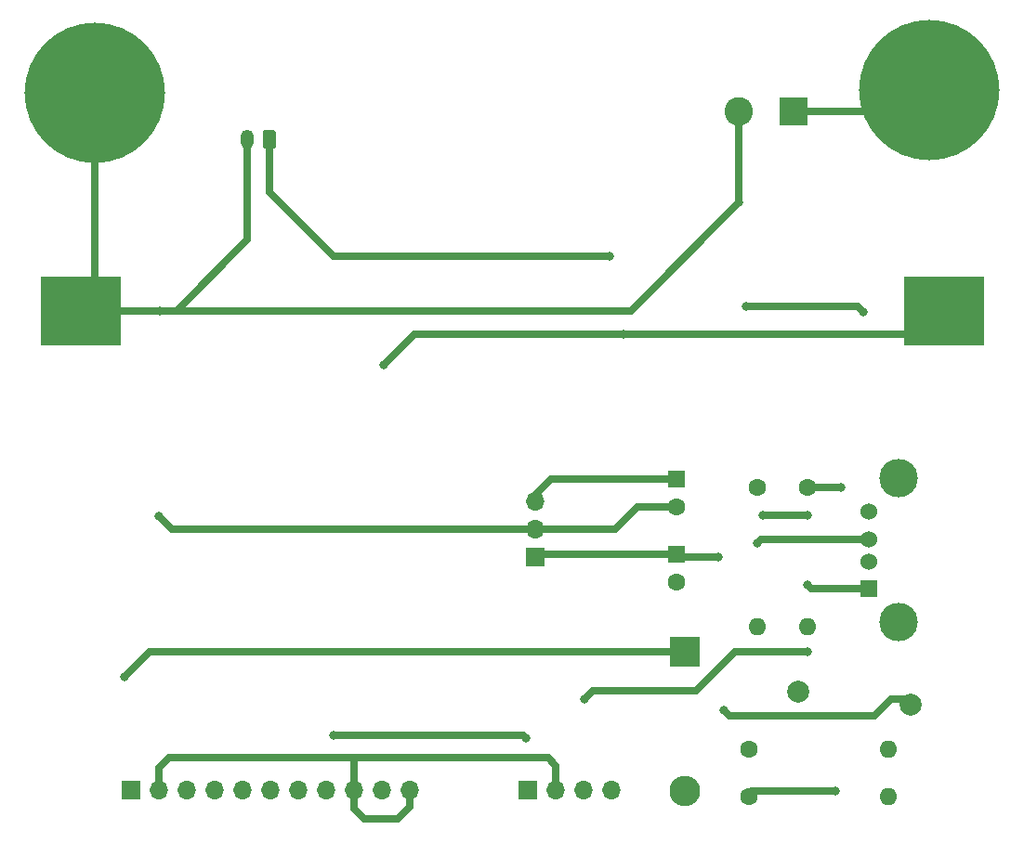
<source format=gbr>
%TF.GenerationSoftware,KiCad,Pcbnew,5.1.6-c6e7f7d~87~ubuntu18.04.1*%
%TF.CreationDate,2021-10-05T10:28:48-04:00*%
%TF.ProjectId,boosta,626f6f73-7461-42e6-9b69-6361645f7063,rev?*%
%TF.SameCoordinates,Original*%
%TF.FileFunction,Copper,L1,Top*%
%TF.FilePolarity,Positive*%
%FSLAX46Y46*%
G04 Gerber Fmt 4.6, Leading zero omitted, Abs format (unit mm)*
G04 Created by KiCad (PCBNEW 5.1.6-c6e7f7d~87~ubuntu18.04.1) date 2021-10-05 10:28:48*
%MOMM*%
%LPD*%
G01*
G04 APERTURE LIST*
%TA.AperFunction,ComponentPad*%
%ADD10C,2.600000*%
%TD*%
%TA.AperFunction,ComponentPad*%
%ADD11R,2.600000X2.600000*%
%TD*%
%TA.AperFunction,SMDPad,CuDef*%
%ADD12R,7.340000X6.350000*%
%TD*%
%TA.AperFunction,ComponentPad*%
%ADD13O,1.600000X1.600000*%
%TD*%
%TA.AperFunction,ComponentPad*%
%ADD14C,1.600000*%
%TD*%
%TA.AperFunction,ComponentPad*%
%ADD15O,2.800000X2.800000*%
%TD*%
%TA.AperFunction,ComponentPad*%
%ADD16R,2.800000X2.800000*%
%TD*%
%TA.AperFunction,ComponentPad*%
%ADD17R,1.600000X1.600000*%
%TD*%
%TA.AperFunction,ComponentPad*%
%ADD18O,1.200000X1.750000*%
%TD*%
%TA.AperFunction,ComponentPad*%
%ADD19O,1.700000X1.700000*%
%TD*%
%TA.AperFunction,ComponentPad*%
%ADD20R,1.700000X1.700000*%
%TD*%
%TA.AperFunction,ComponentPad*%
%ADD21C,2.010000*%
%TD*%
%TA.AperFunction,ComponentPad*%
%ADD22C,0.900000*%
%TD*%
%TA.AperFunction,ComponentPad*%
%ADD23C,12.800000*%
%TD*%
%TA.AperFunction,ComponentPad*%
%ADD24C,1.524000*%
%TD*%
%TA.AperFunction,ComponentPad*%
%ADD25R,1.524000X1.524000*%
%TD*%
%TA.AperFunction,ComponentPad*%
%ADD26C,3.500000*%
%TD*%
%TA.AperFunction,ViaPad*%
%ADD27C,0.800000*%
%TD*%
%TA.AperFunction,Conductor*%
%ADD28C,0.700000*%
%TD*%
G04 APERTURE END LIST*
D10*
%TO.P,J4,2*%
%TO.N,GND*%
X97108000Y-87376000D03*
D11*
%TO.P,J4,1*%
%TO.N,Net-(F1-Pad2)*%
X102108000Y-87376000D03*
%TD*%
D12*
%TO.P,BT1,2*%
%TO.N,GND*%
X37200000Y-105530000D03*
%TO.P,BT1,1*%
%TO.N,LIPO*%
X115860000Y-105530000D03*
%TD*%
D13*
%TO.P,R4,2*%
%TO.N,GND*%
X110744000Y-149860000D03*
D14*
%TO.P,R4,1*%
%TO.N,Net-(J6-Pad2)*%
X98044000Y-149860000D03*
%TD*%
D13*
%TO.P,R3,2*%
%TO.N,5VBOOST*%
X103378000Y-134366000D03*
D14*
%TO.P,R3,1*%
%TO.N,Net-(J6-Pad2)*%
X103378000Y-121666000D03*
%TD*%
D13*
%TO.P,R2,2*%
%TO.N,GND*%
X110744000Y-145542000D03*
D14*
%TO.P,R2,1*%
%TO.N,Net-(J6-Pad3)*%
X98044000Y-145542000D03*
%TD*%
D13*
%TO.P,R1,2*%
%TO.N,Net-(J6-Pad3)*%
X98806000Y-134366000D03*
D14*
%TO.P,R1,1*%
%TO.N,5VBOOST*%
X98806000Y-121666000D03*
%TD*%
D15*
%TO.P,D1,2*%
%TO.N,Net-(C2-Pad1)*%
X92202000Y-149352000D03*
D16*
%TO.P,D1,1*%
%TO.N,VUSB*%
X92202000Y-136652000D03*
%TD*%
D14*
%TO.P,C2,2*%
%TO.N,GND*%
X91440000Y-123404000D03*
D17*
%TO.P,C2,1*%
%TO.N,Net-(C2-Pad1)*%
X91440000Y-120904000D03*
%TD*%
D14*
%TO.P,C1,2*%
%TO.N,GND*%
X91440000Y-130262000D03*
D17*
%TO.P,C1,1*%
%TO.N,Net-(C1-Pad1)*%
X91440000Y-127762000D03*
%TD*%
%TO.P,J2,1*%
%TO.N,LIPO*%
%TA.AperFunction,ComponentPad*%
G36*
G01*
X54956000Y-89290999D02*
X54956000Y-90541001D01*
G75*
G02*
X54706001Y-90791000I-249999J0D01*
G01*
X54005999Y-90791000D01*
G75*
G02*
X53756000Y-90541001I0J249999D01*
G01*
X53756000Y-89290999D01*
G75*
G02*
X54005999Y-89041000I249999J0D01*
G01*
X54706001Y-89041000D01*
G75*
G02*
X54956000Y-89290999I0J-249999D01*
G01*
G37*
%TD.AperFunction*%
D18*
%TO.P,J2,2*%
%TO.N,GND*%
X52356000Y-89916000D03*
%TD*%
D19*
%TO.P,J1,4*%
%TO.N,N/C*%
X85540000Y-149234000D03*
%TO.P,J1,3*%
%TO.N,5VBOOST*%
X83000000Y-149234000D03*
%TO.P,J1,2*%
%TO.N,GND*%
X80460000Y-149234000D03*
D20*
%TO.P,J1,1*%
%TO.N,OUT*%
X77920000Y-149234000D03*
%TD*%
D21*
%TO.P,F1,2*%
%TO.N,Net-(F1-Pad2)*%
X102576000Y-140278000D03*
%TO.P,F1,1*%
%TO.N,Net-(C1-Pad1)*%
X112776000Y-141478000D03*
%TD*%
D19*
%TO.P,J7,11*%
%TO.N,GND*%
X67140000Y-149260000D03*
%TO.P,J7,10*%
%TO.N,LIPO*%
X64600000Y-149260000D03*
%TO.P,J7,9*%
%TO.N,GND*%
X62060000Y-149260000D03*
%TO.P,J7,8*%
%TO.N,OUT*%
X59520000Y-149260000D03*
%TO.P,J7,7*%
%TO.N,N/C*%
X56980000Y-149260000D03*
%TO.P,J7,6*%
X54440000Y-149260000D03*
%TO.P,J7,5*%
X51900000Y-149260000D03*
%TO.P,J7,4*%
X49360000Y-149260000D03*
%TO.P,J7,3*%
X46820000Y-149260000D03*
%TO.P,J7,2*%
%TO.N,GND*%
X44280000Y-149260000D03*
D20*
%TO.P,J7,1*%
%TO.N,VUSB*%
X41740000Y-149260000D03*
%TD*%
D22*
%TO.P,H2,1*%
%TO.N,Net-(F1-Pad2)*%
X117894113Y-82225887D03*
X114500000Y-80820000D03*
X111105887Y-82225887D03*
X109700000Y-85620000D03*
X111105887Y-89014113D03*
X114500000Y-90420000D03*
X117894113Y-89014113D03*
X119300000Y-85620000D03*
D23*
X114500000Y-85450000D03*
%TD*%
%TO.P,H1,1*%
%TO.N,GND*%
X38430000Y-85620000D03*
D22*
X43230000Y-85620000D03*
X41824113Y-89014113D03*
X38430000Y-90420000D03*
X35035887Y-89014113D03*
X33630000Y-85620000D03*
X35035887Y-82225887D03*
X38430000Y-80820000D03*
X41824113Y-82225887D03*
%TD*%
D24*
%TO.P,J6,4*%
%TO.N,GND*%
X108980000Y-123880000D03*
%TO.P,J6,3*%
%TO.N,Net-(J6-Pad3)*%
X108980000Y-126380000D03*
%TO.P,J6,2*%
%TO.N,Net-(J6-Pad2)*%
X108980000Y-128380000D03*
D25*
%TO.P,J6,1*%
%TO.N,5VBOOST*%
X108980000Y-130880000D03*
D26*
%TO.P,J6,5*%
%TO.N,GND*%
X111690000Y-133950000D03*
X111690000Y-120810000D03*
%TD*%
D19*
%TO.P,J3,3*%
%TO.N,Net-(C2-Pad1)*%
X78604000Y-122936000D03*
%TO.P,J3,2*%
%TO.N,GND*%
X78604000Y-125476000D03*
D20*
%TO.P,J3,1*%
%TO.N,Net-(C1-Pad1)*%
X78604000Y-128016000D03*
%TD*%
D27*
%TO.N,GND*%
X44330000Y-105530000D03*
X44280000Y-124290000D03*
X108458000Y-105664000D03*
X97790000Y-105156000D03*
X97108000Y-95678000D03*
%TO.N,Net-(J6-Pad3)*%
X98806000Y-126746000D03*
%TO.N,Net-(J6-Pad2)*%
X105918000Y-149352000D03*
X106426000Y-121666000D03*
%TO.N,LIPO*%
X85344000Y-100584000D03*
X86614000Y-107696000D03*
X64770000Y-110490000D03*
%TO.N,OUT*%
X60198000Y-144272000D03*
X77724000Y-144526000D03*
%TO.N,Net-(C1-Pad1)*%
X95758000Y-141986000D03*
X95250000Y-128016000D03*
%TO.N,5VBOOST*%
X103378000Y-124206000D03*
X99314000Y-124206000D03*
X103378000Y-130556000D03*
X103378000Y-136652000D03*
X83058000Y-140970000D03*
%TO.N,VUSB*%
X41148000Y-138938000D03*
%TD*%
D28*
%TO.N,GND*%
X52356000Y-99028000D02*
X52356000Y-89916000D01*
X45854000Y-105530000D02*
X52356000Y-99028000D01*
X38430000Y-104300000D02*
X37200000Y-105530000D01*
X38430000Y-85620000D02*
X38430000Y-104300000D01*
X45854000Y-105530000D02*
X87256000Y-105530000D01*
X97108000Y-95678000D02*
X97108000Y-87376000D01*
X87256000Y-105530000D02*
X97108000Y-95678000D01*
X37200000Y-105530000D02*
X44330000Y-105530000D01*
X44330000Y-105530000D02*
X45854000Y-105530000D01*
X45466000Y-125476000D02*
X44280000Y-124290000D01*
X78604000Y-125476000D02*
X45466000Y-125476000D01*
X108458000Y-105664000D02*
X107950000Y-105156000D01*
X107950000Y-105156000D02*
X97790000Y-105156000D01*
X78604000Y-125476000D02*
X85852000Y-125476000D01*
X87924000Y-123404000D02*
X91440000Y-123404000D01*
X85852000Y-125476000D02*
X87924000Y-123404000D01*
X80460000Y-149234000D02*
X80460000Y-147008000D01*
X80460000Y-147008000D02*
X79756000Y-146304000D01*
X44280000Y-147236000D02*
X44280000Y-149260000D01*
X45212000Y-146304000D02*
X44280000Y-147236000D01*
X62060000Y-146474000D02*
X62230000Y-146304000D01*
X62060000Y-149260000D02*
X62060000Y-146474000D01*
X79756000Y-146304000D02*
X62230000Y-146304000D01*
X62230000Y-146304000D02*
X45212000Y-146304000D01*
X62060000Y-149260000D02*
X62060000Y-150960000D01*
X62060000Y-150960000D02*
X62992000Y-151892000D01*
X62992000Y-151892000D02*
X66040000Y-151892000D01*
X67140000Y-150792000D02*
X67140000Y-149260000D01*
X66040000Y-151892000D02*
X67140000Y-150792000D01*
%TO.N,Net-(J6-Pad3)*%
X108980000Y-126380000D02*
X99172000Y-126380000D01*
X99172000Y-126380000D02*
X98806000Y-126746000D01*
%TO.N,Net-(J6-Pad2)*%
X105918000Y-149352000D02*
X98298000Y-149352000D01*
X106426000Y-121666000D02*
X103378000Y-121666000D01*
%TO.N,LIPO*%
X54356000Y-89916000D02*
X54356000Y-94742000D01*
X54356000Y-94742000D02*
X60198000Y-100584000D01*
X60198000Y-100584000D02*
X85344000Y-100584000D01*
X113694000Y-107696000D02*
X115860000Y-105530000D01*
X86614000Y-107696000D02*
X113694000Y-107696000D01*
X86614000Y-107696000D02*
X67564000Y-107696000D01*
X67564000Y-107696000D02*
X64770000Y-110490000D01*
%TO.N,OUT*%
X60198000Y-144272000D02*
X77470000Y-144272000D01*
X77470000Y-144272000D02*
X77724000Y-144526000D01*
%TO.N,Net-(F1-Pad2)*%
X112574000Y-87376000D02*
X114500000Y-85450000D01*
X102108000Y-87376000D02*
X112574000Y-87376000D01*
%TO.N,Net-(C2-Pad1)*%
X91440000Y-120904000D02*
X80010000Y-120904000D01*
X78604000Y-122310000D02*
X78604000Y-122936000D01*
X80010000Y-120904000D02*
X78604000Y-122310000D01*
%TO.N,Net-(C1-Pad1)*%
X78858000Y-127762000D02*
X78604000Y-128016000D01*
X91440000Y-127762000D02*
X78858000Y-127762000D01*
X113030000Y-140970000D02*
X110998000Y-140970000D01*
X110998000Y-140970000D02*
X109474000Y-142494000D01*
X109474000Y-142494000D02*
X96266000Y-142494000D01*
X96266000Y-142494000D02*
X95758000Y-141986000D01*
X91694000Y-128016000D02*
X91440000Y-127762000D01*
X95250000Y-128016000D02*
X91694000Y-128016000D01*
%TO.N,5VBOOST*%
X103378000Y-124206000D02*
X99314000Y-124206000D01*
X103702000Y-130880000D02*
X103378000Y-130556000D01*
X108980000Y-130880000D02*
X103702000Y-130880000D01*
X103378000Y-136652000D02*
X96774000Y-136652000D01*
X96774000Y-136652000D02*
X93218000Y-140208000D01*
X93218000Y-140208000D02*
X83820000Y-140208000D01*
X83820000Y-140208000D02*
X83058000Y-140970000D01*
%TO.N,VUSB*%
X92202000Y-136652000D02*
X43434000Y-136652000D01*
X43434000Y-136652000D02*
X41148000Y-138938000D01*
%TD*%
M02*

</source>
